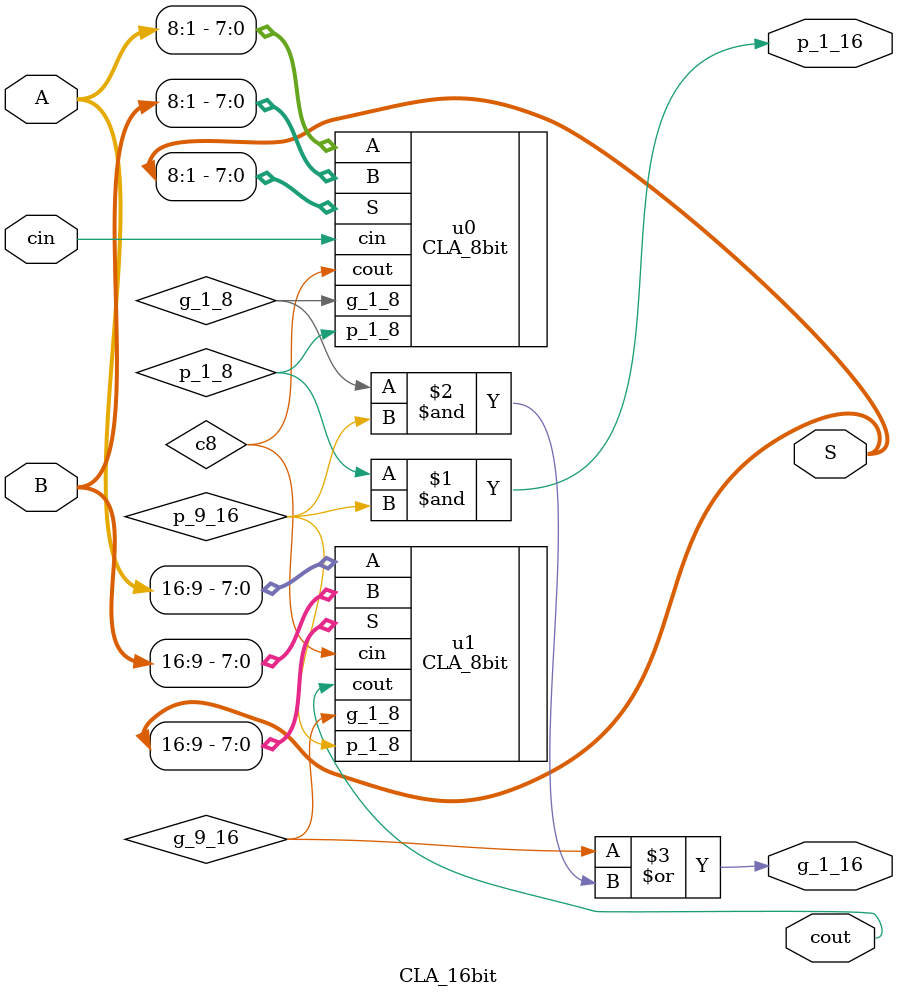
<source format=v>
module CLA_16bit #(
    parameter width=16
)(
    input wire [width:1] A,
    input wire [width:1] B,
    input wire cin,
    output wire [width:1] S,
    output wire cout,
    output wire p_1_16,
    output wire g_1_16
);

    wire c8;
    wire p_1_8, g_1_8;
    wire p_9_16, g_9_16;

    CLA_8bit #(.width(8)) u0 (
        .A(A[8:1]),
        .B(B[8:1]),
        .cin(cin),
        .S(S[8:1]),
        .cout(c8),
        .p_1_8(p_1_8),
        .g_1_8(g_1_8)
    );
    CLA_8bit #(.width(8)) u1 (
        .A(A[16:9]),
        .B(B[16:9]),
        .cin(c8),
        .S(S[16:9]),
        .cout(cout),
        .p_1_8(p_9_16),
        .g_1_8(g_9_16)
    );
    assign p_1_16 = p_1_8 & p_9_16;
    assign g_1_16 = g_9_16|(g_1_8&p_9_16);
endmodule

</source>
